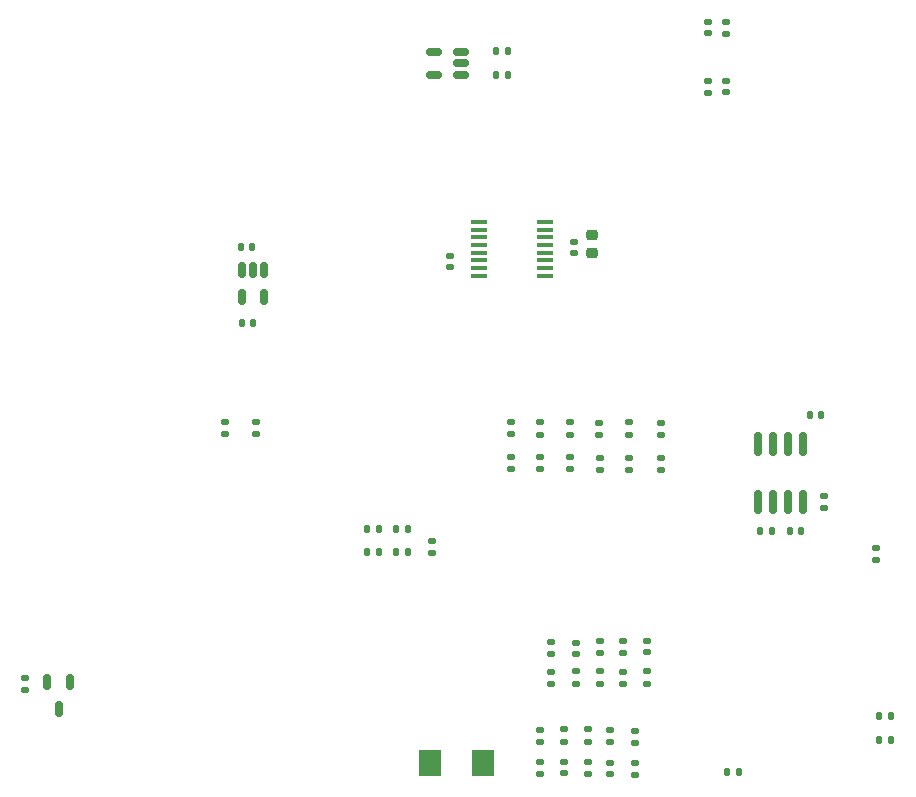
<source format=gbp>
%TF.GenerationSoftware,KiCad,Pcbnew,9.0.4*%
%TF.CreationDate,2026-02-09T19:44:14-05:00*%
%TF.ProjectId,main_board_v3,6d61696e-5f62-46f6-9172-645f76332e6b,rev?*%
%TF.SameCoordinates,Original*%
%TF.FileFunction,Paste,Bot*%
%TF.FilePolarity,Positive*%
%FSLAX46Y46*%
G04 Gerber Fmt 4.6, Leading zero omitted, Abs format (unit mm)*
G04 Created by KiCad (PCBNEW 9.0.4) date 2026-02-09 19:44:14*
%MOMM*%
%LPD*%
G01*
G04 APERTURE LIST*
G04 Aperture macros list*
%AMRoundRect*
0 Rectangle with rounded corners*
0 $1 Rounding radius*
0 $2 $3 $4 $5 $6 $7 $8 $9 X,Y pos of 4 corners*
0 Add a 4 corners polygon primitive as box body*
4,1,4,$2,$3,$4,$5,$6,$7,$8,$9,$2,$3,0*
0 Add four circle primitives for the rounded corners*
1,1,$1+$1,$2,$3*
1,1,$1+$1,$4,$5*
1,1,$1+$1,$6,$7*
1,1,$1+$1,$8,$9*
0 Add four rect primitives between the rounded corners*
20,1,$1+$1,$2,$3,$4,$5,0*
20,1,$1+$1,$4,$5,$6,$7,0*
20,1,$1+$1,$6,$7,$8,$9,0*
20,1,$1+$1,$8,$9,$2,$3,0*%
G04 Aperture macros list end*
%ADD10RoundRect,0.140000X-0.140000X-0.170000X0.140000X-0.170000X0.140000X0.170000X-0.140000X0.170000X0*%
%ADD11RoundRect,0.225000X-0.250000X0.225000X-0.250000X-0.225000X0.250000X-0.225000X0.250000X0.225000X0*%
%ADD12RoundRect,0.135000X-0.135000X-0.185000X0.135000X-0.185000X0.135000X0.185000X-0.135000X0.185000X0*%
%ADD13RoundRect,0.135000X-0.185000X0.135000X-0.185000X-0.135000X0.185000X-0.135000X0.185000X0.135000X0*%
%ADD14RoundRect,0.135000X0.185000X-0.135000X0.185000X0.135000X-0.185000X0.135000X-0.185000X-0.135000X0*%
%ADD15RoundRect,0.135000X0.135000X0.185000X-0.135000X0.185000X-0.135000X-0.185000X0.135000X-0.185000X0*%
%ADD16RoundRect,0.150000X-0.150000X0.512500X-0.150000X-0.512500X0.150000X-0.512500X0.150000X0.512500X0*%
%ADD17RoundRect,0.140000X0.140000X0.170000X-0.140000X0.170000X-0.140000X-0.170000X0.140000X-0.170000X0*%
%ADD18RoundRect,0.150000X-0.150000X0.825000X-0.150000X-0.825000X0.150000X-0.825000X0.150000X0.825000X0*%
%ADD19R,1.874000X2.259800*%
%ADD20RoundRect,0.140000X-0.170000X0.140000X-0.170000X-0.140000X0.170000X-0.140000X0.170000X0.140000X0*%
%ADD21RoundRect,0.140000X0.170000X-0.140000X0.170000X0.140000X-0.170000X0.140000X-0.170000X-0.140000X0*%
%ADD22RoundRect,0.150000X0.512500X0.150000X-0.512500X0.150000X-0.512500X-0.150000X0.512500X-0.150000X0*%
%ADD23R,1.473200X0.355600*%
G04 APERTURE END LIST*
D10*
X72380000Y-38498898D03*
X71420000Y-38498898D03*
X72500000Y-45000000D03*
X71540000Y-45000000D03*
D11*
X101200000Y-39050000D03*
X101200000Y-37500000D03*
D12*
X126520000Y-80250000D03*
X125500000Y-80250000D03*
D13*
X87600000Y-64420000D03*
X87600000Y-63400000D03*
D14*
X102700000Y-80440000D03*
X102700000Y-79420000D03*
X107000000Y-54480000D03*
X107000000Y-53460000D03*
X96800000Y-80420000D03*
X96800000Y-79400000D03*
D12*
X93005000Y-23950000D03*
X94025000Y-23950000D03*
D15*
X85610000Y-64400000D03*
X84590000Y-64400000D03*
D16*
X55050000Y-75362500D03*
X56950000Y-75362500D03*
X56000000Y-77637500D03*
D14*
X94300000Y-57310000D03*
X94300000Y-56290000D03*
D17*
X120540000Y-52761600D03*
X119580000Y-52761600D03*
D18*
X115190000Y-55211600D03*
X116460000Y-55211600D03*
X117730000Y-55211600D03*
X119000000Y-55211600D03*
X119000000Y-60161600D03*
X117730000Y-60161600D03*
X116460000Y-60161600D03*
X115190000Y-60161600D03*
D19*
X87486000Y-82200000D03*
X91900000Y-82200000D03*
D20*
X98800000Y-82150000D03*
X98800000Y-83110000D03*
D14*
X104300000Y-54420000D03*
X104300000Y-53400000D03*
D21*
X112500000Y-20478685D03*
X112500000Y-19518685D03*
D14*
X101800000Y-57420000D03*
X101800000Y-56400000D03*
D20*
X99600000Y-38120000D03*
X99600000Y-39080000D03*
D16*
X71500000Y-40500000D03*
X72450000Y-40500000D03*
X73400000Y-40500000D03*
X73400000Y-42775000D03*
X71500000Y-42775000D03*
D13*
X103800000Y-74490000D03*
X103800000Y-75510000D03*
D12*
X93005000Y-21960000D03*
X94025000Y-21960000D03*
D20*
X102700000Y-82220000D03*
X102700000Y-83180000D03*
X104800000Y-82260000D03*
X104800000Y-83220000D03*
D14*
X104300000Y-57420000D03*
X104300000Y-56400000D03*
D21*
X103800000Y-72900000D03*
X103800000Y-71940000D03*
D14*
X101750000Y-54460000D03*
X101750000Y-53440000D03*
D13*
X97700000Y-74490000D03*
X97700000Y-75510000D03*
D14*
X99300000Y-54420000D03*
X99300000Y-53400000D03*
D10*
X117910000Y-62626600D03*
X118870000Y-62626600D03*
D17*
X116370000Y-62626600D03*
X115410000Y-62626600D03*
D15*
X126510000Y-78250000D03*
X125490000Y-78250000D03*
D22*
X90100000Y-22050000D03*
X90100000Y-23000000D03*
X90100000Y-23950000D03*
X87825000Y-23950000D03*
X87825000Y-22050000D03*
D20*
X100800000Y-82180000D03*
X100800000Y-83140000D03*
D14*
X107000000Y-57420000D03*
X107000000Y-56400000D03*
D23*
X97219400Y-36425001D03*
X97219400Y-37074999D03*
X97219400Y-37725001D03*
X97219400Y-38374999D03*
X97219400Y-39024998D03*
X97219400Y-39674999D03*
X97219400Y-40324998D03*
X97219400Y-40974999D03*
X91580600Y-40974999D03*
X91580600Y-40325001D03*
X91580600Y-39674999D03*
X91580600Y-39025001D03*
X91580600Y-38375002D03*
X91580600Y-37725001D03*
X91580600Y-37075002D03*
X91580600Y-36425001D03*
D14*
X104800000Y-80500000D03*
X104800000Y-79480000D03*
D20*
X96800000Y-82160000D03*
X96800000Y-83120000D03*
D15*
X85610000Y-62400000D03*
X84590000Y-62400000D03*
D13*
X101800000Y-74480000D03*
X101800000Y-75500000D03*
D15*
X113610000Y-83000000D03*
X112590000Y-83000000D03*
D14*
X98800000Y-80410000D03*
X98800000Y-79390000D03*
D21*
X101800000Y-72900000D03*
X101800000Y-71940000D03*
D20*
X111000000Y-24518685D03*
X111000000Y-25478685D03*
D14*
X72730000Y-54371600D03*
X72730000Y-53351600D03*
D12*
X82100000Y-62400000D03*
X83120000Y-62400000D03*
D14*
X70130000Y-54381600D03*
X70130000Y-53361600D03*
D12*
X82090000Y-64400000D03*
X83110000Y-64400000D03*
D13*
X105800000Y-74480000D03*
X105800000Y-75500000D03*
D21*
X99800000Y-72990000D03*
X99800000Y-72030000D03*
X53200000Y-76030000D03*
X53200000Y-75070000D03*
X105800000Y-72870000D03*
X105800000Y-71910000D03*
D14*
X100800000Y-80410000D03*
X100800000Y-79390000D03*
X125250000Y-65010000D03*
X125250000Y-63990000D03*
D20*
X89150000Y-39300000D03*
X89150000Y-40260000D03*
D21*
X97700000Y-72980000D03*
X97700000Y-72020000D03*
D20*
X112500000Y-24498685D03*
X112500000Y-25458685D03*
X120845000Y-59646600D03*
X120845000Y-60606600D03*
D13*
X94300000Y-53380000D03*
X94300000Y-54400000D03*
X99800000Y-74480000D03*
X99800000Y-75500000D03*
D14*
X96750000Y-57310000D03*
X96750000Y-56290000D03*
X99300000Y-57320000D03*
X99300000Y-56300000D03*
D21*
X111000000Y-20458685D03*
X111000000Y-19498685D03*
D14*
X96800000Y-54420000D03*
X96800000Y-53400000D03*
M02*

</source>
